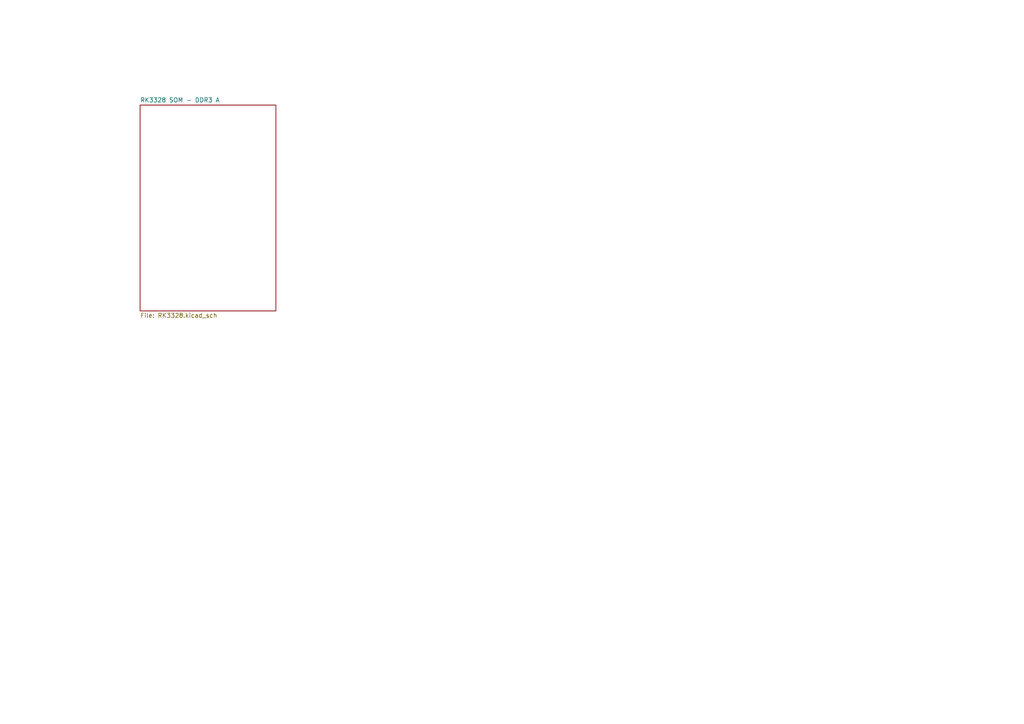
<source format=kicad_sch>
(kicad_sch
	(version 20250114)
	(generator "eeschema")
	(generator_version "9.0")
	(uuid "64930bcb-a664-4bc9-b0ec-19f974060436")
	(paper "A4")
	(lib_symbols)
	(sheet
		(at 40.64 30.48)
		(size 39.37 59.69)
		(exclude_from_sim no)
		(in_bom yes)
		(on_board yes)
		(dnp no)
		(fields_autoplaced yes)
		(stroke
			(width 0.1524)
			(type solid)
		)
		(fill
			(color 0 0 0 0.0000)
		)
		(uuid "686c2ecd-6e2f-4c7d-b085-141e8a17ee2a")
		(property "Sheetname" "RK3328 SOM - DDR3 A"
			(at 40.64 29.7684 0)
			(effects
				(font
					(size 1.27 1.27)
				)
				(justify left bottom)
			)
		)
		(property "Sheetfile" "RK3328.kicad_sch"
			(at 40.64 90.7546 0)
			(effects
				(font
					(size 1.27 1.27)
				)
				(justify left top)
			)
		)
		(instances
			(project "Arachnid_SOM"
				(path "/64930bcb-a664-4bc9-b0ec-19f974060436"
					(page "2")
				)
			)
		)
	)
	(sheet_instances
		(path "/"
			(page "1")
		)
	)
	(embedded_fonts no)
)

</source>
